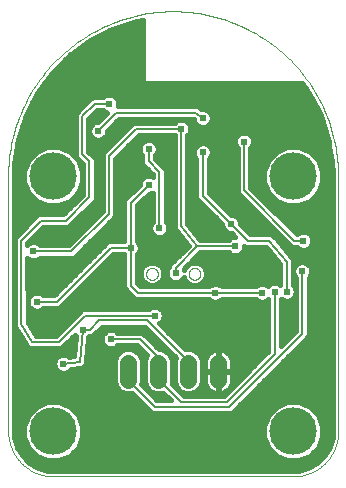
<source format=gbl>
G75*
%MOIN*%
%OFA0B0*%
%FSLAX25Y25*%
%IPPOS*%
%LPD*%
%AMOC8*
5,1,8,0,0,1.08239X$1,22.5*
%
%ADD10C,0.00000*%
%ADD11C,0.05543*%
%ADD12C,0.15811*%
%ADD13C,0.01600*%
%ADD14C,0.00600*%
%ADD15C,0.02400*%
D10*
X0019300Y0019006D02*
X0099300Y0019006D01*
X0099662Y0019010D01*
X0100025Y0019024D01*
X0100387Y0019045D01*
X0100748Y0019076D01*
X0101108Y0019115D01*
X0101467Y0019163D01*
X0101825Y0019220D01*
X0102182Y0019285D01*
X0102537Y0019359D01*
X0102890Y0019442D01*
X0103241Y0019533D01*
X0103589Y0019632D01*
X0103935Y0019740D01*
X0104279Y0019856D01*
X0104619Y0019981D01*
X0104956Y0020113D01*
X0105290Y0020254D01*
X0105621Y0020403D01*
X0105948Y0020560D01*
X0106271Y0020724D01*
X0106590Y0020896D01*
X0106904Y0021076D01*
X0107215Y0021264D01*
X0107520Y0021459D01*
X0107821Y0021661D01*
X0108117Y0021871D01*
X0108407Y0022087D01*
X0108693Y0022311D01*
X0108973Y0022541D01*
X0109247Y0022778D01*
X0109515Y0023022D01*
X0109778Y0023272D01*
X0110034Y0023528D01*
X0110284Y0023791D01*
X0110528Y0024059D01*
X0110765Y0024333D01*
X0110995Y0024613D01*
X0111219Y0024899D01*
X0111435Y0025189D01*
X0111645Y0025485D01*
X0111847Y0025786D01*
X0112042Y0026091D01*
X0112230Y0026402D01*
X0112410Y0026716D01*
X0112582Y0027035D01*
X0112746Y0027358D01*
X0112903Y0027685D01*
X0113052Y0028016D01*
X0113193Y0028350D01*
X0113325Y0028687D01*
X0113450Y0029027D01*
X0113566Y0029371D01*
X0113674Y0029717D01*
X0113773Y0030065D01*
X0113864Y0030416D01*
X0113947Y0030769D01*
X0114021Y0031124D01*
X0114086Y0031481D01*
X0114143Y0031839D01*
X0114191Y0032198D01*
X0114230Y0032558D01*
X0114261Y0032919D01*
X0114282Y0033281D01*
X0114296Y0033644D01*
X0114300Y0034006D01*
X0114300Y0119006D01*
X0064418Y0086506D02*
X0064420Y0086594D01*
X0064426Y0086682D01*
X0064436Y0086770D01*
X0064450Y0086858D01*
X0064467Y0086944D01*
X0064489Y0087030D01*
X0064514Y0087114D01*
X0064544Y0087198D01*
X0064576Y0087280D01*
X0064613Y0087360D01*
X0064653Y0087439D01*
X0064697Y0087516D01*
X0064744Y0087591D01*
X0064794Y0087663D01*
X0064848Y0087734D01*
X0064904Y0087801D01*
X0064964Y0087867D01*
X0065026Y0087929D01*
X0065092Y0087989D01*
X0065159Y0088045D01*
X0065230Y0088099D01*
X0065302Y0088149D01*
X0065377Y0088196D01*
X0065454Y0088240D01*
X0065533Y0088280D01*
X0065613Y0088317D01*
X0065695Y0088349D01*
X0065779Y0088379D01*
X0065863Y0088404D01*
X0065949Y0088426D01*
X0066035Y0088443D01*
X0066123Y0088457D01*
X0066211Y0088467D01*
X0066299Y0088473D01*
X0066387Y0088475D01*
X0066475Y0088473D01*
X0066563Y0088467D01*
X0066651Y0088457D01*
X0066739Y0088443D01*
X0066825Y0088426D01*
X0066911Y0088404D01*
X0066995Y0088379D01*
X0067079Y0088349D01*
X0067161Y0088317D01*
X0067241Y0088280D01*
X0067320Y0088240D01*
X0067397Y0088196D01*
X0067472Y0088149D01*
X0067544Y0088099D01*
X0067615Y0088045D01*
X0067682Y0087989D01*
X0067748Y0087929D01*
X0067810Y0087867D01*
X0067870Y0087801D01*
X0067926Y0087734D01*
X0067980Y0087663D01*
X0068030Y0087591D01*
X0068077Y0087516D01*
X0068121Y0087439D01*
X0068161Y0087360D01*
X0068198Y0087280D01*
X0068230Y0087198D01*
X0068260Y0087114D01*
X0068285Y0087030D01*
X0068307Y0086944D01*
X0068324Y0086858D01*
X0068338Y0086770D01*
X0068348Y0086682D01*
X0068354Y0086594D01*
X0068356Y0086506D01*
X0068354Y0086418D01*
X0068348Y0086330D01*
X0068338Y0086242D01*
X0068324Y0086154D01*
X0068307Y0086068D01*
X0068285Y0085982D01*
X0068260Y0085898D01*
X0068230Y0085814D01*
X0068198Y0085732D01*
X0068161Y0085652D01*
X0068121Y0085573D01*
X0068077Y0085496D01*
X0068030Y0085421D01*
X0067980Y0085349D01*
X0067926Y0085278D01*
X0067870Y0085211D01*
X0067810Y0085145D01*
X0067748Y0085083D01*
X0067682Y0085023D01*
X0067615Y0084967D01*
X0067544Y0084913D01*
X0067472Y0084863D01*
X0067397Y0084816D01*
X0067320Y0084772D01*
X0067241Y0084732D01*
X0067161Y0084695D01*
X0067079Y0084663D01*
X0066995Y0084633D01*
X0066911Y0084608D01*
X0066825Y0084586D01*
X0066739Y0084569D01*
X0066651Y0084555D01*
X0066563Y0084545D01*
X0066475Y0084539D01*
X0066387Y0084537D01*
X0066299Y0084539D01*
X0066211Y0084545D01*
X0066123Y0084555D01*
X0066035Y0084569D01*
X0065949Y0084586D01*
X0065863Y0084608D01*
X0065779Y0084633D01*
X0065695Y0084663D01*
X0065613Y0084695D01*
X0065533Y0084732D01*
X0065454Y0084772D01*
X0065377Y0084816D01*
X0065302Y0084863D01*
X0065230Y0084913D01*
X0065159Y0084967D01*
X0065092Y0085023D01*
X0065026Y0085083D01*
X0064964Y0085145D01*
X0064904Y0085211D01*
X0064848Y0085278D01*
X0064794Y0085349D01*
X0064744Y0085421D01*
X0064697Y0085496D01*
X0064653Y0085573D01*
X0064613Y0085652D01*
X0064576Y0085732D01*
X0064544Y0085814D01*
X0064514Y0085898D01*
X0064489Y0085982D01*
X0064467Y0086068D01*
X0064450Y0086154D01*
X0064436Y0086242D01*
X0064426Y0086330D01*
X0064420Y0086418D01*
X0064418Y0086506D01*
X0050244Y0086506D02*
X0050246Y0086594D01*
X0050252Y0086682D01*
X0050262Y0086770D01*
X0050276Y0086858D01*
X0050293Y0086944D01*
X0050315Y0087030D01*
X0050340Y0087114D01*
X0050370Y0087198D01*
X0050402Y0087280D01*
X0050439Y0087360D01*
X0050479Y0087439D01*
X0050523Y0087516D01*
X0050570Y0087591D01*
X0050620Y0087663D01*
X0050674Y0087734D01*
X0050730Y0087801D01*
X0050790Y0087867D01*
X0050852Y0087929D01*
X0050918Y0087989D01*
X0050985Y0088045D01*
X0051056Y0088099D01*
X0051128Y0088149D01*
X0051203Y0088196D01*
X0051280Y0088240D01*
X0051359Y0088280D01*
X0051439Y0088317D01*
X0051521Y0088349D01*
X0051605Y0088379D01*
X0051689Y0088404D01*
X0051775Y0088426D01*
X0051861Y0088443D01*
X0051949Y0088457D01*
X0052037Y0088467D01*
X0052125Y0088473D01*
X0052213Y0088475D01*
X0052301Y0088473D01*
X0052389Y0088467D01*
X0052477Y0088457D01*
X0052565Y0088443D01*
X0052651Y0088426D01*
X0052737Y0088404D01*
X0052821Y0088379D01*
X0052905Y0088349D01*
X0052987Y0088317D01*
X0053067Y0088280D01*
X0053146Y0088240D01*
X0053223Y0088196D01*
X0053298Y0088149D01*
X0053370Y0088099D01*
X0053441Y0088045D01*
X0053508Y0087989D01*
X0053574Y0087929D01*
X0053636Y0087867D01*
X0053696Y0087801D01*
X0053752Y0087734D01*
X0053806Y0087663D01*
X0053856Y0087591D01*
X0053903Y0087516D01*
X0053947Y0087439D01*
X0053987Y0087360D01*
X0054024Y0087280D01*
X0054056Y0087198D01*
X0054086Y0087114D01*
X0054111Y0087030D01*
X0054133Y0086944D01*
X0054150Y0086858D01*
X0054164Y0086770D01*
X0054174Y0086682D01*
X0054180Y0086594D01*
X0054182Y0086506D01*
X0054180Y0086418D01*
X0054174Y0086330D01*
X0054164Y0086242D01*
X0054150Y0086154D01*
X0054133Y0086068D01*
X0054111Y0085982D01*
X0054086Y0085898D01*
X0054056Y0085814D01*
X0054024Y0085732D01*
X0053987Y0085652D01*
X0053947Y0085573D01*
X0053903Y0085496D01*
X0053856Y0085421D01*
X0053806Y0085349D01*
X0053752Y0085278D01*
X0053696Y0085211D01*
X0053636Y0085145D01*
X0053574Y0085083D01*
X0053508Y0085023D01*
X0053441Y0084967D01*
X0053370Y0084913D01*
X0053298Y0084863D01*
X0053223Y0084816D01*
X0053146Y0084772D01*
X0053067Y0084732D01*
X0052987Y0084695D01*
X0052905Y0084663D01*
X0052821Y0084633D01*
X0052737Y0084608D01*
X0052651Y0084586D01*
X0052565Y0084569D01*
X0052477Y0084555D01*
X0052389Y0084545D01*
X0052301Y0084539D01*
X0052213Y0084537D01*
X0052125Y0084539D01*
X0052037Y0084545D01*
X0051949Y0084555D01*
X0051861Y0084569D01*
X0051775Y0084586D01*
X0051689Y0084608D01*
X0051605Y0084633D01*
X0051521Y0084663D01*
X0051439Y0084695D01*
X0051359Y0084732D01*
X0051280Y0084772D01*
X0051203Y0084816D01*
X0051128Y0084863D01*
X0051056Y0084913D01*
X0050985Y0084967D01*
X0050918Y0085023D01*
X0050852Y0085083D01*
X0050790Y0085145D01*
X0050730Y0085211D01*
X0050674Y0085278D01*
X0050620Y0085349D01*
X0050570Y0085421D01*
X0050523Y0085496D01*
X0050479Y0085573D01*
X0050439Y0085652D01*
X0050402Y0085732D01*
X0050370Y0085814D01*
X0050340Y0085898D01*
X0050315Y0085982D01*
X0050293Y0086068D01*
X0050276Y0086154D01*
X0050262Y0086242D01*
X0050252Y0086330D01*
X0050246Y0086418D01*
X0050244Y0086506D01*
X0004300Y0119006D02*
X0004316Y0120345D01*
X0004365Y0121684D01*
X0004447Y0123021D01*
X0004561Y0124355D01*
X0004707Y0125687D01*
X0004886Y0127014D01*
X0005097Y0128337D01*
X0005341Y0129654D01*
X0005616Y0130965D01*
X0005923Y0132268D01*
X0006262Y0133564D01*
X0006632Y0134851D01*
X0007033Y0136129D01*
X0007466Y0137397D01*
X0007929Y0138654D01*
X0008423Y0139899D01*
X0008947Y0141132D01*
X0009500Y0142351D01*
X0010084Y0143557D01*
X0010696Y0144748D01*
X0011337Y0145924D01*
X0012007Y0147084D01*
X0012705Y0148227D01*
X0013430Y0149353D01*
X0014183Y0150461D01*
X0014962Y0151551D01*
X0015768Y0152621D01*
X0016599Y0153671D01*
X0017456Y0154700D01*
X0018338Y0155709D01*
X0019243Y0156695D01*
X0020173Y0157659D01*
X0021126Y0158601D01*
X0022101Y0159519D01*
X0023099Y0160412D01*
X0024118Y0161282D01*
X0025158Y0162126D01*
X0026218Y0162944D01*
X0027298Y0163737D01*
X0028396Y0164503D01*
X0029514Y0165242D01*
X0030648Y0165954D01*
X0031800Y0166637D01*
X0032968Y0167293D01*
X0034152Y0167920D01*
X0035350Y0168518D01*
X0036563Y0169086D01*
X0037789Y0169625D01*
X0039028Y0170134D01*
X0040279Y0170612D01*
X0041542Y0171060D01*
X0042814Y0171477D01*
X0044097Y0171863D01*
X0045389Y0172218D01*
X0046689Y0172541D01*
X0047996Y0172832D01*
X0049310Y0173091D01*
X0050630Y0173318D01*
X0051955Y0173513D01*
X0053285Y0173676D01*
X0054618Y0173806D01*
X0055953Y0173904D01*
X0057291Y0173969D01*
X0058630Y0174002D01*
X0059970Y0174002D01*
X0061309Y0173969D01*
X0062647Y0173904D01*
X0063982Y0173806D01*
X0065315Y0173676D01*
X0066645Y0173513D01*
X0067970Y0173318D01*
X0069290Y0173091D01*
X0070604Y0172832D01*
X0071911Y0172541D01*
X0073211Y0172218D01*
X0074503Y0171863D01*
X0075786Y0171477D01*
X0077058Y0171060D01*
X0078321Y0170612D01*
X0079572Y0170134D01*
X0080811Y0169625D01*
X0082037Y0169086D01*
X0083250Y0168518D01*
X0084448Y0167920D01*
X0085632Y0167293D01*
X0086800Y0166637D01*
X0087952Y0165954D01*
X0089086Y0165242D01*
X0090204Y0164503D01*
X0091302Y0163737D01*
X0092382Y0162944D01*
X0093442Y0162126D01*
X0094482Y0161282D01*
X0095501Y0160412D01*
X0096499Y0159519D01*
X0097474Y0158601D01*
X0098427Y0157659D01*
X0099357Y0156695D01*
X0100262Y0155709D01*
X0101144Y0154700D01*
X0102001Y0153671D01*
X0102832Y0152621D01*
X0103638Y0151551D01*
X0104417Y0150461D01*
X0105170Y0149353D01*
X0105895Y0148227D01*
X0106593Y0147084D01*
X0107263Y0145924D01*
X0107904Y0144748D01*
X0108516Y0143557D01*
X0109100Y0142351D01*
X0109653Y0141132D01*
X0110177Y0139899D01*
X0110671Y0138654D01*
X0111134Y0137397D01*
X0111567Y0136129D01*
X0111968Y0134851D01*
X0112338Y0133564D01*
X0112677Y0132268D01*
X0112984Y0130965D01*
X0113259Y0129654D01*
X0113503Y0128337D01*
X0113714Y0127014D01*
X0113893Y0125687D01*
X0114039Y0124355D01*
X0114153Y0123021D01*
X0114235Y0121684D01*
X0114284Y0120345D01*
X0114300Y0119006D01*
X0019300Y0019006D02*
X0018938Y0019010D01*
X0018575Y0019024D01*
X0018213Y0019045D01*
X0017852Y0019076D01*
X0017492Y0019115D01*
X0017133Y0019163D01*
X0016775Y0019220D01*
X0016418Y0019285D01*
X0016063Y0019359D01*
X0015710Y0019442D01*
X0015359Y0019533D01*
X0015011Y0019632D01*
X0014665Y0019740D01*
X0014321Y0019856D01*
X0013981Y0019981D01*
X0013644Y0020113D01*
X0013310Y0020254D01*
X0012979Y0020403D01*
X0012652Y0020560D01*
X0012329Y0020724D01*
X0012010Y0020896D01*
X0011696Y0021076D01*
X0011385Y0021264D01*
X0011080Y0021459D01*
X0010779Y0021661D01*
X0010483Y0021871D01*
X0010193Y0022087D01*
X0009907Y0022311D01*
X0009627Y0022541D01*
X0009353Y0022778D01*
X0009085Y0023022D01*
X0008822Y0023272D01*
X0008566Y0023528D01*
X0008316Y0023791D01*
X0008072Y0024059D01*
X0007835Y0024333D01*
X0007605Y0024613D01*
X0007381Y0024899D01*
X0007165Y0025189D01*
X0006955Y0025485D01*
X0006753Y0025786D01*
X0006558Y0026091D01*
X0006370Y0026402D01*
X0006190Y0026716D01*
X0006018Y0027035D01*
X0005854Y0027358D01*
X0005697Y0027685D01*
X0005548Y0028016D01*
X0005407Y0028350D01*
X0005275Y0028687D01*
X0005150Y0029027D01*
X0005034Y0029371D01*
X0004926Y0029717D01*
X0004827Y0030065D01*
X0004736Y0030416D01*
X0004653Y0030769D01*
X0004579Y0031124D01*
X0004514Y0031481D01*
X0004457Y0031839D01*
X0004409Y0032198D01*
X0004370Y0032558D01*
X0004339Y0032919D01*
X0004318Y0033281D01*
X0004304Y0033644D01*
X0004300Y0034006D01*
X0004300Y0119006D01*
D11*
X0044300Y0056778D02*
X0044300Y0051234D01*
X0054300Y0051234D02*
X0054300Y0056778D01*
X0064300Y0056778D02*
X0064300Y0051234D01*
X0074300Y0051234D02*
X0074300Y0056778D01*
D12*
X0099300Y0034006D03*
X0099300Y0119006D03*
X0019300Y0119006D03*
X0019300Y0034006D03*
D13*
X0013569Y0022203D02*
X0105031Y0022203D01*
X0104351Y0021811D02*
X0107336Y0023534D01*
X0109772Y0025970D01*
X0111495Y0028954D01*
X0112387Y0032283D01*
X0112500Y0034006D01*
X0112500Y0119006D01*
X0112336Y0123180D01*
X0111030Y0131425D01*
X0108450Y0139365D01*
X0104660Y0146803D01*
X0102152Y0150256D01*
X0049300Y0150256D01*
X0049300Y0171119D01*
X0046881Y0170736D01*
X0038941Y0168156D01*
X0031503Y0164366D01*
X0024749Y0159459D01*
X0018846Y0153557D01*
X0013940Y0146803D01*
X0010150Y0139365D01*
X0007570Y0131425D01*
X0006264Y0123180D01*
X0006100Y0119006D01*
X0006100Y0034006D01*
X0006213Y0032283D01*
X0007105Y0028954D01*
X0008828Y0025970D01*
X0011264Y0023534D01*
X0014249Y0021811D01*
X0017577Y0020919D01*
X0019300Y0020806D01*
X0099300Y0020806D01*
X0101023Y0020919D01*
X0104351Y0021811D01*
X0103885Y0025400D02*
X0109202Y0025400D01*
X0110366Y0026998D02*
X0106018Y0026998D01*
X0104798Y0025778D02*
X0107528Y0028508D01*
X0109005Y0032075D01*
X0109005Y0035936D01*
X0107528Y0039504D01*
X0104798Y0042234D01*
X0101231Y0043711D01*
X0097369Y0043711D01*
X0093802Y0042234D01*
X0091072Y0039504D01*
X0089594Y0035936D01*
X0089594Y0032075D01*
X0091072Y0028508D01*
X0093802Y0025778D01*
X0097369Y0024300D01*
X0101231Y0024300D01*
X0104798Y0025778D01*
X0107603Y0023801D02*
X0010997Y0023801D01*
X0009398Y0025400D02*
X0014715Y0025400D01*
X0013802Y0025778D02*
X0017369Y0024300D01*
X0021231Y0024300D01*
X0024798Y0025778D01*
X0027528Y0028508D01*
X0029005Y0032075D01*
X0029005Y0035936D01*
X0027528Y0039504D01*
X0024798Y0042234D01*
X0021231Y0043711D01*
X0017369Y0043711D01*
X0013802Y0042234D01*
X0011072Y0039504D01*
X0009594Y0035936D01*
X0009594Y0032075D01*
X0011072Y0028508D01*
X0013802Y0025778D01*
X0012582Y0026998D02*
X0008234Y0026998D01*
X0007311Y0028597D02*
X0011035Y0028597D01*
X0010373Y0030195D02*
X0006772Y0030195D01*
X0006344Y0031794D02*
X0009711Y0031794D01*
X0009594Y0033393D02*
X0006140Y0033393D01*
X0006100Y0034991D02*
X0009594Y0034991D01*
X0009865Y0036590D02*
X0006100Y0036590D01*
X0006100Y0038188D02*
X0010527Y0038188D01*
X0011355Y0039787D02*
X0006100Y0039787D01*
X0006100Y0041385D02*
X0012953Y0041385D01*
X0015612Y0042984D02*
X0006100Y0042984D01*
X0006100Y0044582D02*
X0047754Y0044582D01*
X0049352Y0042984D02*
X0022988Y0042984D01*
X0025646Y0041385D02*
X0050951Y0041385D01*
X0052230Y0040106D02*
X0078770Y0040106D01*
X0104400Y0065736D01*
X0104400Y0085263D01*
X0104843Y0085707D01*
X0105300Y0086809D01*
X0105300Y0088003D01*
X0104843Y0089105D01*
X0103999Y0089949D01*
X0102897Y0090406D01*
X0101703Y0090406D01*
X0100601Y0089949D01*
X0099757Y0089105D01*
X0099300Y0088003D01*
X0099300Y0086809D01*
X0099757Y0085707D01*
X0100200Y0085263D01*
X0100200Y0067476D01*
X0095200Y0062476D01*
X0095200Y0078263D01*
X0095401Y0078063D01*
X0096503Y0077606D01*
X0097697Y0077606D01*
X0098799Y0078063D01*
X0099643Y0078907D01*
X0100100Y0080009D01*
X0100100Y0081203D01*
X0099643Y0082305D01*
X0099200Y0082749D01*
X0099200Y0090508D01*
X0099272Y0091276D01*
X0099200Y0091363D01*
X0099200Y0091476D01*
X0098654Y0092021D01*
X0093400Y0098363D01*
X0093400Y0098476D01*
X0092854Y0099021D01*
X0092362Y0099616D01*
X0092250Y0099626D01*
X0092170Y0099706D01*
X0091398Y0099706D01*
X0090630Y0099778D01*
X0090543Y0099706D01*
X0084970Y0099706D01*
X0081700Y0102976D01*
X0081700Y0103603D01*
X0081243Y0104705D01*
X0080399Y0105549D01*
X0079297Y0106006D01*
X0078670Y0106006D01*
X0071200Y0113476D01*
X0071200Y0124863D01*
X0071643Y0125307D01*
X0072100Y0126409D01*
X0072100Y0127603D01*
X0071643Y0128705D01*
X0070799Y0129549D01*
X0069697Y0130006D01*
X0068503Y0130006D01*
X0067401Y0129549D01*
X0066557Y0128705D01*
X0066100Y0127603D01*
X0066100Y0126409D01*
X0066557Y0125307D01*
X0067000Y0124863D01*
X0067000Y0111736D01*
X0075700Y0103036D01*
X0075700Y0102409D01*
X0076157Y0101307D01*
X0077001Y0100463D01*
X0078103Y0100006D01*
X0078730Y0100006D01*
X0079930Y0098806D01*
X0079303Y0098806D01*
X0078201Y0098349D01*
X0077757Y0097906D01*
X0068295Y0097906D01*
X0064000Y0103156D01*
X0064000Y0132663D01*
X0064443Y0133107D01*
X0064900Y0134209D01*
X0064900Y0135403D01*
X0064443Y0136505D01*
X0063599Y0137349D01*
X0062497Y0137806D01*
X0061303Y0137806D01*
X0060201Y0137349D01*
X0059757Y0136906D01*
X0046030Y0136906D01*
X0044800Y0135676D01*
X0035800Y0126676D01*
X0035800Y0107476D01*
X0024430Y0096106D01*
X0014843Y0096106D01*
X0014399Y0096549D01*
X0013297Y0097006D01*
X0012103Y0097006D01*
X0011001Y0096549D01*
X0010600Y0096149D01*
X0010600Y0096736D01*
X0015970Y0102106D01*
X0024370Y0102106D01*
X0033400Y0111136D01*
X0033400Y0124876D01*
X0032170Y0126106D01*
X0031000Y0127276D01*
X0031000Y0138136D01*
X0033970Y0141106D01*
X0035757Y0141106D01*
X0036201Y0140663D01*
X0037303Y0140206D01*
X0037330Y0140206D01*
X0034330Y0137206D01*
X0033703Y0137206D01*
X0032601Y0136749D01*
X0031757Y0135905D01*
X0031300Y0134803D01*
X0031300Y0133609D01*
X0031757Y0132507D01*
X0032601Y0131663D01*
X0033703Y0131206D01*
X0034897Y0131206D01*
X0035999Y0131663D01*
X0036843Y0132507D01*
X0037300Y0133609D01*
X0037300Y0134236D01*
X0041170Y0138106D01*
X0066000Y0138106D01*
X0066100Y0138031D01*
X0066100Y0137809D01*
X0066557Y0136707D01*
X0067401Y0135863D01*
X0068503Y0135406D01*
X0069697Y0135406D01*
X0070799Y0135863D01*
X0071643Y0136707D01*
X0072100Y0137809D01*
X0072100Y0139003D01*
X0071643Y0140105D01*
X0070799Y0140949D01*
X0069697Y0141406D01*
X0068600Y0141406D01*
X0068079Y0141796D01*
X0067570Y0142306D01*
X0067400Y0142306D01*
X0067264Y0142408D01*
X0066551Y0142306D01*
X0040774Y0142306D01*
X0040900Y0142609D01*
X0040900Y0143803D01*
X0040443Y0144905D01*
X0039599Y0145749D01*
X0038497Y0146206D01*
X0037303Y0146206D01*
X0036201Y0145749D01*
X0035757Y0145306D01*
X0032230Y0145306D01*
X0028030Y0141106D01*
X0026800Y0139876D01*
X0026800Y0125536D01*
X0029200Y0123136D01*
X0029200Y0112876D01*
X0022630Y0106306D01*
X0014230Y0106306D01*
X0013000Y0105076D01*
X0006400Y0098476D01*
X0006400Y0095466D01*
X0006393Y0095459D01*
X0006400Y0094597D01*
X0006400Y0093736D01*
X0006407Y0093729D01*
X0006598Y0070056D01*
X0006452Y0069471D01*
X0006605Y0069216D01*
X0006607Y0068919D01*
X0007037Y0068496D01*
X0010200Y0063224D01*
X0010200Y0062936D01*
X0010632Y0062504D01*
X0010947Y0061980D01*
X0011226Y0061910D01*
X0011430Y0061706D01*
X0012041Y0061706D01*
X0012635Y0061558D01*
X0012882Y0061706D01*
X0021970Y0061706D01*
X0026502Y0066238D01*
X0026557Y0066107D01*
X0026807Y0065856D01*
X0026170Y0059104D01*
X0024617Y0058932D01*
X0024399Y0059149D01*
X0023297Y0059606D01*
X0022103Y0059606D01*
X0021001Y0059149D01*
X0020157Y0058305D01*
X0019700Y0057203D01*
X0019700Y0056009D01*
X0020157Y0054907D01*
X0021001Y0054063D01*
X0022103Y0053606D01*
X0023297Y0053606D01*
X0024399Y0054063D01*
X0025096Y0054759D01*
X0028117Y0055095D01*
X0028769Y0055033D01*
X0028956Y0055188D01*
X0029196Y0055215D01*
X0029605Y0055726D01*
X0030109Y0056143D01*
X0030132Y0056384D01*
X0030283Y0056573D01*
X0030211Y0057223D01*
X0030987Y0065450D01*
X0031243Y0065706D01*
X0032370Y0065706D01*
X0035570Y0068906D01*
X0049830Y0068906D01*
X0060115Y0058621D01*
X0059728Y0057687D01*
X0059728Y0050325D01*
X0060424Y0048645D01*
X0061710Y0047359D01*
X0063391Y0046663D01*
X0065209Y0046663D01*
X0066890Y0047359D01*
X0068176Y0048645D01*
X0068872Y0050325D01*
X0068872Y0057687D01*
X0068176Y0059367D01*
X0066890Y0060653D01*
X0065209Y0061349D01*
X0063391Y0061349D01*
X0063345Y0061330D01*
X0054668Y0070008D01*
X0054799Y0070063D01*
X0055643Y0070907D01*
X0056100Y0072009D01*
X0056100Y0073203D01*
X0055643Y0074305D01*
X0054799Y0075149D01*
X0053697Y0075606D01*
X0052503Y0075606D01*
X0051401Y0075149D01*
X0050957Y0074706D01*
X0029030Y0074706D01*
X0027800Y0073476D01*
X0020230Y0065906D01*
X0013489Y0065906D01*
X0010795Y0070395D01*
X0010622Y0091841D01*
X0011001Y0091463D01*
X0012103Y0091006D01*
X0013297Y0091006D01*
X0014399Y0091463D01*
X0014843Y0091906D01*
X0026170Y0091906D01*
X0038770Y0104506D01*
X0040000Y0105736D01*
X0040000Y0124936D01*
X0047770Y0132706D01*
X0059757Y0132706D01*
X0059800Y0132663D01*
X0059800Y0102511D01*
X0059724Y0101749D01*
X0059800Y0101656D01*
X0059800Y0101536D01*
X0060341Y0100995D01*
X0064471Y0095947D01*
X0059230Y0090706D01*
X0058000Y0089476D01*
X0058000Y0088949D01*
X0057557Y0088505D01*
X0057100Y0087403D01*
X0057100Y0086209D01*
X0057557Y0085107D01*
X0058401Y0084263D01*
X0059503Y0083806D01*
X0060697Y0083806D01*
X0061799Y0084263D01*
X0062643Y0085107D01*
X0062765Y0085401D01*
X0063192Y0084371D01*
X0064252Y0083311D01*
X0065637Y0082737D01*
X0067136Y0082737D01*
X0068521Y0083311D01*
X0069581Y0084371D01*
X0070155Y0085756D01*
X0070155Y0087255D01*
X0069581Y0088641D01*
X0068521Y0089701D01*
X0067136Y0090274D01*
X0065637Y0090274D01*
X0064252Y0089701D01*
X0063192Y0088641D01*
X0062890Y0087911D01*
X0062739Y0088275D01*
X0068170Y0093706D01*
X0077757Y0093706D01*
X0078201Y0093263D01*
X0079303Y0092806D01*
X0080497Y0092806D01*
X0081599Y0093263D01*
X0082443Y0094107D01*
X0082900Y0095209D01*
X0082900Y0095836D01*
X0083230Y0095506D01*
X0090313Y0095506D01*
X0095000Y0089849D01*
X0095000Y0082949D01*
X0094799Y0083149D01*
X0093697Y0083606D01*
X0092503Y0083606D01*
X0091401Y0083149D01*
X0090800Y0082549D01*
X0090599Y0082749D01*
X0089497Y0083206D01*
X0088303Y0083206D01*
X0087201Y0082749D01*
X0086757Y0082306D01*
X0075443Y0082306D01*
X0074999Y0082749D01*
X0073897Y0083206D01*
X0072703Y0083206D01*
X0071601Y0082749D01*
X0071157Y0082306D01*
X0048370Y0082306D01*
X0047200Y0083476D01*
X0047200Y0093063D01*
X0047643Y0093507D01*
X0048100Y0094609D01*
X0048100Y0095803D01*
X0047643Y0096905D01*
X0047200Y0097349D01*
X0047200Y0109336D01*
X0051070Y0113206D01*
X0051697Y0113206D01*
X0052600Y0113580D01*
X0052600Y0103949D01*
X0052157Y0103505D01*
X0051700Y0102403D01*
X0051700Y0101209D01*
X0052157Y0100107D01*
X0053001Y0099263D01*
X0054103Y0098806D01*
X0055297Y0098806D01*
X0056399Y0099263D01*
X0057243Y0100107D01*
X0057700Y0101209D01*
X0057700Y0102403D01*
X0057243Y0103505D01*
X0056800Y0103949D01*
X0056800Y0121276D01*
X0055570Y0122506D01*
X0053200Y0124876D01*
X0053200Y0126063D01*
X0053643Y0126507D01*
X0054100Y0127609D01*
X0054100Y0128803D01*
X0053643Y0129905D01*
X0052799Y0130749D01*
X0051697Y0131206D01*
X0050503Y0131206D01*
X0049401Y0130749D01*
X0048557Y0129905D01*
X0048100Y0128803D01*
X0048100Y0127609D01*
X0048557Y0126507D01*
X0049000Y0126063D01*
X0049000Y0123136D01*
X0052600Y0119536D01*
X0052600Y0118832D01*
X0051697Y0119206D01*
X0050503Y0119206D01*
X0049401Y0118749D01*
X0048557Y0117905D01*
X0048100Y0116803D01*
X0048100Y0116176D01*
X0043000Y0111076D01*
X0043000Y0097349D01*
X0042957Y0097306D01*
X0037630Y0097306D01*
X0019630Y0079306D01*
X0016043Y0079306D01*
X0015599Y0079749D01*
X0020074Y0079749D01*
X0021672Y0081348D02*
X0010707Y0081348D01*
X0010694Y0082946D02*
X0023271Y0082946D01*
X0024869Y0084545D02*
X0010681Y0084545D01*
X0010668Y0086143D02*
X0026468Y0086143D01*
X0028066Y0087742D02*
X0010655Y0087742D01*
X0010643Y0089340D02*
X0029665Y0089340D01*
X0031263Y0090939D02*
X0010630Y0090939D01*
X0006429Y0090939D02*
X0006100Y0090939D01*
X0006100Y0092537D02*
X0006417Y0092537D01*
X0006400Y0094136D02*
X0006100Y0094136D01*
X0006100Y0095734D02*
X0006400Y0095734D01*
X0006400Y0097333D02*
X0006100Y0097333D01*
X0006100Y0098931D02*
X0006856Y0098931D01*
X0006100Y0100530D02*
X0008454Y0100530D01*
X0010053Y0102128D02*
X0006100Y0102128D01*
X0006100Y0103727D02*
X0011651Y0103727D01*
X0013250Y0105326D02*
X0006100Y0105326D01*
X0006100Y0106924D02*
X0023248Y0106924D01*
X0024847Y0108523D02*
X0006100Y0108523D01*
X0006100Y0110121D02*
X0015388Y0110121D01*
X0013802Y0110778D02*
X0017369Y0109300D01*
X0021231Y0109300D01*
X0024798Y0110778D01*
X0027528Y0113508D01*
X0029005Y0117075D01*
X0029005Y0120936D01*
X0027528Y0124504D01*
X0024798Y0127234D01*
X0021231Y0128711D01*
X0017369Y0128711D01*
X0013802Y0127234D01*
X0011072Y0124504D01*
X0009594Y0120936D01*
X0009594Y0117075D01*
X0011072Y0113508D01*
X0013802Y0110778D01*
X0012861Y0111720D02*
X0006100Y0111720D01*
X0006100Y0113318D02*
X0011262Y0113318D01*
X0010489Y0114917D02*
X0006100Y0114917D01*
X0006100Y0116515D02*
X0009827Y0116515D01*
X0009594Y0118114D02*
X0006100Y0118114D01*
X0006128Y0119712D02*
X0009594Y0119712D01*
X0009749Y0121311D02*
X0006191Y0121311D01*
X0006253Y0122909D02*
X0010412Y0122909D01*
X0011076Y0124508D02*
X0006474Y0124508D01*
X0006727Y0126106D02*
X0012675Y0126106D01*
X0014939Y0127705D02*
X0006981Y0127705D01*
X0007234Y0129303D02*
X0026800Y0129303D01*
X0026800Y0127705D02*
X0023661Y0127705D01*
X0025925Y0126106D02*
X0026800Y0126106D01*
X0027524Y0124508D02*
X0027828Y0124508D01*
X0028188Y0122909D02*
X0029200Y0122909D01*
X0029200Y0121311D02*
X0028851Y0121311D01*
X0029005Y0119712D02*
X0029200Y0119712D01*
X0029200Y0118114D02*
X0029005Y0118114D01*
X0029200Y0116515D02*
X0028773Y0116515D01*
X0029200Y0114917D02*
X0028111Y0114917D01*
X0027338Y0113318D02*
X0029200Y0113318D01*
X0028044Y0111720D02*
X0025739Y0111720D01*
X0026445Y0110121D02*
X0023212Y0110121D01*
X0027589Y0105326D02*
X0033650Y0105326D01*
X0032051Y0103727D02*
X0025991Y0103727D01*
X0024392Y0102128D02*
X0030453Y0102128D01*
X0028854Y0100530D02*
X0014394Y0100530D01*
X0012795Y0098931D02*
X0027256Y0098931D01*
X0025657Y0097333D02*
X0011197Y0097333D01*
X0006442Y0089340D02*
X0006100Y0089340D01*
X0006100Y0087742D02*
X0006455Y0087742D01*
X0006468Y0086143D02*
X0006100Y0086143D01*
X0006100Y0084545D02*
X0006481Y0084545D01*
X0006494Y0082946D02*
X0006100Y0082946D01*
X0006100Y0081348D02*
X0006507Y0081348D01*
X0006520Y0079749D02*
X0006100Y0079749D01*
X0006100Y0078151D02*
X0006533Y0078151D01*
X0006546Y0076552D02*
X0006100Y0076552D01*
X0006100Y0074954D02*
X0006558Y0074954D01*
X0006571Y0073355D02*
X0006100Y0073355D01*
X0006100Y0071757D02*
X0006584Y0071757D01*
X0006597Y0070158D02*
X0006100Y0070158D01*
X0006100Y0068560D02*
X0006972Y0068560D01*
X0006100Y0066961D02*
X0007958Y0066961D01*
X0008917Y0065363D02*
X0006100Y0065363D01*
X0006100Y0063764D02*
X0009876Y0063764D01*
X0010835Y0062166D02*
X0006100Y0062166D01*
X0006100Y0060567D02*
X0026308Y0060567D01*
X0026459Y0062166D02*
X0022430Y0062166D01*
X0024028Y0063764D02*
X0026609Y0063764D01*
X0026760Y0065363D02*
X0025627Y0065363D01*
X0022884Y0068560D02*
X0011897Y0068560D01*
X0010938Y0070158D02*
X0024483Y0070158D01*
X0026081Y0071757D02*
X0010784Y0071757D01*
X0010771Y0073355D02*
X0027680Y0073355D01*
X0024415Y0078151D02*
X0046585Y0078151D01*
X0046630Y0078106D02*
X0071157Y0078106D01*
X0071601Y0077663D01*
X0072703Y0077206D01*
X0073897Y0077206D01*
X0074999Y0077663D01*
X0075443Y0078106D01*
X0086757Y0078106D01*
X0087201Y0077663D01*
X0088303Y0077206D01*
X0089497Y0077206D01*
X0090599Y0077663D01*
X0091000Y0078063D01*
X0091000Y0060676D01*
X0076230Y0045906D01*
X0062770Y0045906D01*
X0058719Y0049957D01*
X0058872Y0050325D01*
X0058872Y0057687D01*
X0058176Y0059367D01*
X0056890Y0060653D01*
X0055209Y0061349D01*
X0054527Y0061349D01*
X0050195Y0065680D01*
X0050195Y0065687D01*
X0049581Y0066295D01*
X0048970Y0066906D01*
X0048963Y0066906D01*
X0048959Y0066910D01*
X0048094Y0066906D01*
X0047230Y0066906D01*
X0047226Y0066901D01*
X0040681Y0066867D01*
X0040249Y0067299D01*
X0039147Y0067756D01*
X0037953Y0067756D01*
X0036851Y0067299D01*
X0036007Y0066455D01*
X0035550Y0065353D01*
X0035550Y0064159D01*
X0036007Y0063057D01*
X0036851Y0062213D01*
X0037953Y0061756D01*
X0039147Y0061756D01*
X0040249Y0062213D01*
X0040704Y0062667D01*
X0047235Y0062701D01*
X0050497Y0059439D01*
X0050424Y0059367D01*
X0049728Y0057687D01*
X0049728Y0050325D01*
X0050424Y0048645D01*
X0051710Y0047359D01*
X0053391Y0046663D01*
X0055209Y0046663D01*
X0055820Y0046916D01*
X0058430Y0044306D01*
X0053970Y0044306D01*
X0048602Y0049674D01*
X0048872Y0050325D01*
X0048872Y0057687D01*
X0048176Y0059367D01*
X0046890Y0060653D01*
X0045209Y0061349D01*
X0043391Y0061349D01*
X0041710Y0060653D01*
X0040424Y0059367D01*
X0039728Y0057687D01*
X0039728Y0050325D01*
X0040424Y0048645D01*
X0041710Y0047359D01*
X0043391Y0046663D01*
X0045209Y0046663D01*
X0045538Y0046799D01*
X0052230Y0040106D01*
X0053694Y0044582D02*
X0058154Y0044582D01*
X0056555Y0046181D02*
X0052095Y0046181D01*
X0051290Y0047779D02*
X0050497Y0047779D01*
X0050121Y0049378D02*
X0048898Y0049378D01*
X0048872Y0050976D02*
X0049728Y0050976D01*
X0049728Y0052575D02*
X0048872Y0052575D01*
X0048872Y0054173D02*
X0049728Y0054173D01*
X0049728Y0055772D02*
X0048872Y0055772D01*
X0048872Y0057370D02*
X0049728Y0057370D01*
X0050259Y0058969D02*
X0048341Y0058969D01*
X0049369Y0060567D02*
X0046976Y0060567D01*
X0047770Y0062166D02*
X0040136Y0062166D01*
X0041624Y0060567D02*
X0030526Y0060567D01*
X0030376Y0058969D02*
X0040259Y0058969D01*
X0039728Y0057370D02*
X0030225Y0057370D01*
X0029661Y0055772D02*
X0039728Y0055772D01*
X0039728Y0054173D02*
X0024510Y0054173D01*
X0020890Y0054173D02*
X0006100Y0054173D01*
X0006100Y0052575D02*
X0039728Y0052575D01*
X0039728Y0050976D02*
X0006100Y0050976D01*
X0006100Y0049378D02*
X0040121Y0049378D01*
X0041290Y0047779D02*
X0006100Y0047779D01*
X0006100Y0046181D02*
X0046155Y0046181D01*
X0053710Y0062166D02*
X0056570Y0062166D01*
X0056976Y0060567D02*
X0058169Y0060567D01*
X0058341Y0058969D02*
X0059767Y0058969D01*
X0059728Y0057370D02*
X0058872Y0057370D01*
X0058872Y0055772D02*
X0059728Y0055772D01*
X0059728Y0054173D02*
X0058872Y0054173D01*
X0058872Y0052575D02*
X0059728Y0052575D01*
X0059728Y0050976D02*
X0058872Y0050976D01*
X0059298Y0049378D02*
X0060121Y0049378D01*
X0060897Y0047779D02*
X0061290Y0047779D01*
X0062495Y0046181D02*
X0076505Y0046181D01*
X0076055Y0046998D02*
X0076696Y0047324D01*
X0077278Y0047747D01*
X0077787Y0048256D01*
X0078210Y0048838D01*
X0078537Y0049479D01*
X0078759Y0050164D01*
X0078872Y0050874D01*
X0078872Y0053920D01*
X0074386Y0053920D01*
X0074386Y0054092D01*
X0074214Y0054092D01*
X0074214Y0061349D01*
X0073940Y0061349D01*
X0073229Y0061237D01*
X0072545Y0061014D01*
X0071904Y0060688D01*
X0071322Y0060265D01*
X0070813Y0059756D01*
X0070390Y0059174D01*
X0070063Y0058532D01*
X0069841Y0057848D01*
X0069728Y0057137D01*
X0069728Y0054092D01*
X0074214Y0054092D01*
X0074214Y0053920D01*
X0069728Y0053920D01*
X0069728Y0050874D01*
X0069841Y0050164D01*
X0070063Y0049479D01*
X0070390Y0048838D01*
X0070813Y0048256D01*
X0071322Y0047747D01*
X0071904Y0047324D01*
X0072545Y0046998D01*
X0073229Y0046775D01*
X0073940Y0046663D01*
X0074214Y0046663D01*
X0074214Y0053920D01*
X0074386Y0053920D01*
X0074386Y0046663D01*
X0074660Y0046663D01*
X0075371Y0046775D01*
X0076055Y0046998D01*
X0077310Y0047779D02*
X0078103Y0047779D01*
X0078485Y0049378D02*
X0079702Y0049378D01*
X0078872Y0050976D02*
X0081300Y0050976D01*
X0082899Y0052575D02*
X0078872Y0052575D01*
X0078872Y0054092D02*
X0078872Y0057137D01*
X0078759Y0057848D01*
X0078537Y0058532D01*
X0078210Y0059174D01*
X0077787Y0059756D01*
X0077278Y0060265D01*
X0076696Y0060688D01*
X0076055Y0061014D01*
X0075371Y0061237D01*
X0074660Y0061349D01*
X0074386Y0061349D01*
X0074386Y0054092D01*
X0078872Y0054092D01*
X0078872Y0054173D02*
X0084497Y0054173D01*
X0086096Y0055772D02*
X0078872Y0055772D01*
X0078835Y0057370D02*
X0087694Y0057370D01*
X0089293Y0058969D02*
X0078314Y0058969D01*
X0076862Y0060567D02*
X0090891Y0060567D01*
X0091000Y0062166D02*
X0062510Y0062166D01*
X0060912Y0063764D02*
X0091000Y0063764D01*
X0091000Y0065363D02*
X0059313Y0065363D01*
X0057714Y0066961D02*
X0091000Y0066961D01*
X0091000Y0068560D02*
X0056116Y0068560D01*
X0054895Y0070158D02*
X0091000Y0070158D01*
X0091000Y0071757D02*
X0055995Y0071757D01*
X0056037Y0073355D02*
X0091000Y0073355D01*
X0091000Y0074954D02*
X0054995Y0074954D01*
X0051205Y0074954D02*
X0015891Y0074954D01*
X0016043Y0075106D02*
X0021370Y0075106D01*
X0039370Y0093106D01*
X0042957Y0093106D01*
X0043000Y0093063D01*
X0043000Y0081736D01*
X0044230Y0080506D01*
X0046630Y0078106D01*
X0044987Y0079749D02*
X0026013Y0079749D01*
X0027612Y0081348D02*
X0043388Y0081348D01*
X0043000Y0082946D02*
X0029210Y0082946D01*
X0030809Y0084545D02*
X0043000Y0084545D01*
X0043000Y0086143D02*
X0032407Y0086143D01*
X0034006Y0087742D02*
X0043000Y0087742D01*
X0043000Y0089340D02*
X0035604Y0089340D01*
X0037203Y0090939D02*
X0043000Y0090939D01*
X0043000Y0092537D02*
X0038801Y0092537D01*
X0036059Y0095734D02*
X0029998Y0095734D01*
X0028400Y0094136D02*
X0034460Y0094136D01*
X0032862Y0092537D02*
X0026801Y0092537D01*
X0031597Y0097333D02*
X0042984Y0097333D01*
X0043000Y0098931D02*
X0033195Y0098931D01*
X0034794Y0100530D02*
X0043000Y0100530D01*
X0043000Y0102128D02*
X0036392Y0102128D01*
X0037991Y0103727D02*
X0043000Y0103727D01*
X0043000Y0105326D02*
X0039589Y0105326D01*
X0040000Y0106924D02*
X0043000Y0106924D01*
X0043000Y0108523D02*
X0040000Y0108523D01*
X0040000Y0110121D02*
X0043000Y0110121D01*
X0043644Y0111720D02*
X0040000Y0111720D01*
X0040000Y0113318D02*
X0045242Y0113318D01*
X0046841Y0114917D02*
X0040000Y0114917D01*
X0040000Y0116515D02*
X0048100Y0116515D01*
X0048765Y0118114D02*
X0040000Y0118114D01*
X0040000Y0119712D02*
X0052424Y0119712D01*
X0050825Y0121311D02*
X0040000Y0121311D01*
X0040000Y0122909D02*
X0049227Y0122909D01*
X0049000Y0124508D02*
X0040000Y0124508D01*
X0041170Y0126106D02*
X0048957Y0126106D01*
X0048100Y0127705D02*
X0042769Y0127705D01*
X0044367Y0129303D02*
X0048307Y0129303D01*
X0049769Y0130902D02*
X0045966Y0130902D01*
X0047564Y0132500D02*
X0059800Y0132500D01*
X0059800Y0130902D02*
X0052431Y0130902D01*
X0053893Y0129303D02*
X0059800Y0129303D01*
X0059800Y0127705D02*
X0054100Y0127705D01*
X0053243Y0126106D02*
X0059800Y0126106D01*
X0059800Y0124508D02*
X0053568Y0124508D01*
X0055167Y0122909D02*
X0059800Y0122909D01*
X0059800Y0121311D02*
X0056765Y0121311D01*
X0056800Y0119712D02*
X0059800Y0119712D01*
X0059800Y0118114D02*
X0056800Y0118114D01*
X0056800Y0116515D02*
X0059800Y0116515D01*
X0059800Y0114917D02*
X0056800Y0114917D01*
X0056800Y0113318D02*
X0059800Y0113318D01*
X0059800Y0111720D02*
X0056800Y0111720D01*
X0056800Y0110121D02*
X0059800Y0110121D01*
X0059800Y0108523D02*
X0056800Y0108523D01*
X0056800Y0106924D02*
X0059800Y0106924D01*
X0059800Y0105326D02*
X0056800Y0105326D01*
X0057022Y0103727D02*
X0059800Y0103727D01*
X0059762Y0102128D02*
X0057700Y0102128D01*
X0057419Y0100530D02*
X0060722Y0100530D01*
X0062029Y0098931D02*
X0055600Y0098931D01*
X0053800Y0098931D02*
X0047200Y0098931D01*
X0047216Y0097333D02*
X0063337Y0097333D01*
X0064259Y0095734D02*
X0048100Y0095734D01*
X0047904Y0094136D02*
X0062660Y0094136D01*
X0061062Y0092537D02*
X0047200Y0092537D01*
X0047200Y0090939D02*
X0059463Y0090939D01*
X0058000Y0089340D02*
X0054708Y0089340D01*
X0054348Y0089701D02*
X0052963Y0090274D01*
X0051464Y0090274D01*
X0050079Y0089701D01*
X0049019Y0088641D01*
X0048445Y0087255D01*
X0048445Y0085756D01*
X0049019Y0084371D01*
X0050079Y0083311D01*
X0051464Y0082737D01*
X0052963Y0082737D01*
X0054348Y0083311D01*
X0055408Y0084371D01*
X0055982Y0085756D01*
X0055982Y0087255D01*
X0055408Y0088641D01*
X0054348Y0089701D01*
X0055780Y0087742D02*
X0057241Y0087742D01*
X0057127Y0086143D02*
X0055982Y0086143D01*
X0055480Y0084545D02*
X0058118Y0084545D01*
X0062082Y0084545D02*
X0063120Y0084545D01*
X0065133Y0082946D02*
X0053467Y0082946D01*
X0050959Y0082946D02*
X0047729Y0082946D01*
X0047200Y0084545D02*
X0048947Y0084545D01*
X0048445Y0086143D02*
X0047200Y0086143D01*
X0047200Y0087742D02*
X0048646Y0087742D01*
X0049718Y0089340D02*
X0047200Y0089340D01*
X0047200Y0100530D02*
X0051981Y0100530D01*
X0051700Y0102128D02*
X0047200Y0102128D01*
X0047200Y0103727D02*
X0052378Y0103727D01*
X0052600Y0105326D02*
X0047200Y0105326D01*
X0047200Y0106924D02*
X0052600Y0106924D01*
X0052600Y0108523D02*
X0047200Y0108523D01*
X0047985Y0110121D02*
X0052600Y0110121D01*
X0052600Y0111720D02*
X0049584Y0111720D01*
X0051968Y0113318D02*
X0052600Y0113318D01*
X0064000Y0113318D02*
X0067000Y0113318D01*
X0067016Y0111720D02*
X0064000Y0111720D01*
X0064000Y0110121D02*
X0068615Y0110121D01*
X0070214Y0108523D02*
X0064000Y0108523D01*
X0064000Y0106924D02*
X0071812Y0106924D01*
X0073411Y0105326D02*
X0064000Y0105326D01*
X0064000Y0103727D02*
X0075009Y0103727D01*
X0075816Y0102128D02*
X0064840Y0102128D01*
X0066148Y0100530D02*
X0076933Y0100530D01*
X0079805Y0098931D02*
X0067456Y0098931D01*
X0067001Y0092537D02*
X0092772Y0092537D01*
X0094097Y0090939D02*
X0065403Y0090939D01*
X0063892Y0089340D02*
X0063804Y0089340D01*
X0067641Y0082946D02*
X0072077Y0082946D01*
X0074523Y0082946D02*
X0087677Y0082946D01*
X0090123Y0082946D02*
X0091198Y0082946D01*
X0095000Y0084545D02*
X0069653Y0084545D01*
X0070155Y0086143D02*
X0095000Y0086143D01*
X0095000Y0087742D02*
X0069954Y0087742D01*
X0068882Y0089340D02*
X0095000Y0089340D01*
X0096902Y0094136D02*
X0112500Y0094136D01*
X0112500Y0095734D02*
X0105071Y0095734D01*
X0105243Y0095907D02*
X0105700Y0097009D01*
X0105700Y0098203D01*
X0105243Y0099305D01*
X0104399Y0100149D01*
X0103297Y0100606D01*
X0102103Y0100606D01*
X0101001Y0100149D01*
X0100564Y0099712D01*
X0085000Y0115276D01*
X0085000Y0128463D01*
X0085443Y0128907D01*
X0085900Y0130009D01*
X0085900Y0131203D01*
X0085443Y0132305D01*
X0084599Y0133149D01*
X0083497Y0133606D01*
X0082303Y0133606D01*
X0081201Y0133149D01*
X0080357Y0132305D01*
X0079900Y0131203D01*
X0079900Y0130009D01*
X0080357Y0128907D01*
X0080800Y0128463D01*
X0080800Y0115276D01*
X0080800Y0113536D01*
X0098830Y0095506D01*
X0100557Y0095506D01*
X0101001Y0095063D01*
X0102103Y0094606D01*
X0103297Y0094606D01*
X0104399Y0095063D01*
X0105243Y0095907D01*
X0105700Y0097333D02*
X0112500Y0097333D01*
X0112500Y0098931D02*
X0105398Y0098931D01*
X0103480Y0100530D02*
X0112500Y0100530D01*
X0112500Y0102128D02*
X0098147Y0102128D01*
X0099746Y0100530D02*
X0101920Y0100530D01*
X0098602Y0095734D02*
X0095578Y0095734D01*
X0094253Y0097333D02*
X0097003Y0097333D01*
X0095405Y0098931D02*
X0092944Y0098931D01*
X0093806Y0100530D02*
X0084146Y0100530D01*
X0082547Y0102128D02*
X0092208Y0102128D01*
X0090609Y0103727D02*
X0081648Y0103727D01*
X0080623Y0105326D02*
X0089011Y0105326D01*
X0087412Y0106924D02*
X0077752Y0106924D01*
X0076153Y0108523D02*
X0085814Y0108523D01*
X0084215Y0110121D02*
X0074555Y0110121D01*
X0072956Y0111720D02*
X0082616Y0111720D01*
X0081018Y0113318D02*
X0071358Y0113318D01*
X0071200Y0114917D02*
X0080800Y0114917D01*
X0080800Y0116515D02*
X0071200Y0116515D01*
X0071200Y0118114D02*
X0080800Y0118114D01*
X0080800Y0119712D02*
X0071200Y0119712D01*
X0071200Y0121311D02*
X0080800Y0121311D01*
X0080800Y0122909D02*
X0071200Y0122909D01*
X0071200Y0124508D02*
X0080800Y0124508D01*
X0080800Y0126106D02*
X0071974Y0126106D01*
X0072058Y0127705D02*
X0080800Y0127705D01*
X0080192Y0129303D02*
X0071045Y0129303D01*
X0067155Y0129303D02*
X0064000Y0129303D01*
X0064000Y0127705D02*
X0066142Y0127705D01*
X0066225Y0126106D02*
X0064000Y0126106D01*
X0064000Y0124508D02*
X0067000Y0124508D01*
X0067000Y0122909D02*
X0064000Y0122909D01*
X0064000Y0121311D02*
X0067000Y0121311D01*
X0067000Y0119712D02*
X0064000Y0119712D01*
X0064000Y0118114D02*
X0067000Y0118114D01*
X0067000Y0116515D02*
X0064000Y0116515D01*
X0064000Y0114917D02*
X0067000Y0114917D01*
X0064000Y0130902D02*
X0079900Y0130902D01*
X0080552Y0132500D02*
X0064000Y0132500D01*
X0064854Y0134099D02*
X0110161Y0134099D01*
X0109642Y0135697D02*
X0070400Y0135697D01*
X0071887Y0137296D02*
X0109123Y0137296D01*
X0108603Y0138894D02*
X0072100Y0138894D01*
X0071256Y0140493D02*
X0107876Y0140493D01*
X0107061Y0142091D02*
X0067784Y0142091D01*
X0066313Y0137296D02*
X0063653Y0137296D01*
X0064778Y0135697D02*
X0067800Y0135697D01*
X0060147Y0137296D02*
X0040360Y0137296D01*
X0038761Y0135697D02*
X0044821Y0135697D01*
X0043223Y0134099D02*
X0037300Y0134099D01*
X0036837Y0132500D02*
X0041624Y0132500D01*
X0040026Y0130902D02*
X0031000Y0130902D01*
X0031000Y0132500D02*
X0031763Y0132500D01*
X0031300Y0134099D02*
X0031000Y0134099D01*
X0031000Y0135697D02*
X0031671Y0135697D01*
X0031000Y0137296D02*
X0034420Y0137296D01*
X0036019Y0138894D02*
X0031758Y0138894D01*
X0033357Y0140493D02*
X0036611Y0140493D01*
X0040900Y0143690D02*
X0106247Y0143690D01*
X0105432Y0145288D02*
X0040060Y0145288D01*
X0032213Y0145288D02*
X0013168Y0145288D01*
X0012353Y0143690D02*
X0030614Y0143690D01*
X0029016Y0142091D02*
X0011539Y0142091D01*
X0010724Y0140493D02*
X0027417Y0140493D01*
X0026800Y0138894D02*
X0009997Y0138894D01*
X0009477Y0137296D02*
X0026800Y0137296D01*
X0026800Y0135697D02*
X0008958Y0135697D01*
X0008439Y0134099D02*
X0026800Y0134099D01*
X0026800Y0132500D02*
X0007919Y0132500D01*
X0007487Y0130902D02*
X0026800Y0130902D01*
X0031000Y0129303D02*
X0038427Y0129303D01*
X0036829Y0127705D02*
X0031000Y0127705D01*
X0032170Y0126106D02*
X0035800Y0126106D01*
X0035800Y0124508D02*
X0033400Y0124508D01*
X0033400Y0122909D02*
X0035800Y0122909D01*
X0035800Y0121311D02*
X0033400Y0121311D01*
X0033400Y0119712D02*
X0035800Y0119712D01*
X0035800Y0118114D02*
X0033400Y0118114D01*
X0033400Y0116515D02*
X0035800Y0116515D01*
X0035800Y0114917D02*
X0033400Y0114917D01*
X0033400Y0113318D02*
X0035800Y0113318D01*
X0035800Y0111720D02*
X0033400Y0111720D01*
X0032385Y0110121D02*
X0035800Y0110121D01*
X0035800Y0108523D02*
X0030786Y0108523D01*
X0029188Y0106924D02*
X0035248Y0106924D01*
X0022816Y0076552D02*
X0091000Y0076552D01*
X0095200Y0076552D02*
X0100200Y0076552D01*
X0100200Y0074954D02*
X0095200Y0074954D01*
X0095200Y0073355D02*
X0100200Y0073355D01*
X0100200Y0071757D02*
X0095200Y0071757D01*
X0095200Y0070158D02*
X0100200Y0070158D01*
X0100200Y0068560D02*
X0095200Y0068560D01*
X0095200Y0066961D02*
X0099686Y0066961D01*
X0098087Y0065363D02*
X0095200Y0065363D01*
X0095200Y0063764D02*
X0096488Y0063764D01*
X0097633Y0058969D02*
X0112500Y0058969D01*
X0112500Y0060567D02*
X0099231Y0060567D01*
X0100830Y0062166D02*
X0112500Y0062166D01*
X0112500Y0063764D02*
X0102428Y0063764D01*
X0104027Y0065363D02*
X0112500Y0065363D01*
X0112500Y0066961D02*
X0104400Y0066961D01*
X0104400Y0068560D02*
X0112500Y0068560D01*
X0112500Y0070158D02*
X0104400Y0070158D01*
X0104400Y0071757D02*
X0112500Y0071757D01*
X0112500Y0073355D02*
X0104400Y0073355D01*
X0104400Y0074954D02*
X0112500Y0074954D01*
X0112500Y0076552D02*
X0104400Y0076552D01*
X0104400Y0078151D02*
X0112500Y0078151D01*
X0112500Y0079749D02*
X0104400Y0079749D01*
X0104400Y0081348D02*
X0112500Y0081348D01*
X0112500Y0082946D02*
X0104400Y0082946D01*
X0104400Y0084545D02*
X0112500Y0084545D01*
X0112500Y0086143D02*
X0105024Y0086143D01*
X0105300Y0087742D02*
X0112500Y0087742D01*
X0112500Y0089340D02*
X0104608Y0089340D01*
X0100200Y0084545D02*
X0099200Y0084545D01*
X0099200Y0086143D02*
X0099576Y0086143D01*
X0099300Y0087742D02*
X0099200Y0087742D01*
X0099200Y0089340D02*
X0099992Y0089340D01*
X0099240Y0090939D02*
X0112500Y0090939D01*
X0112500Y0092537D02*
X0098227Y0092537D01*
X0099200Y0082946D02*
X0100200Y0082946D01*
X0100200Y0081348D02*
X0100040Y0081348D01*
X0099992Y0079749D02*
X0100200Y0079749D01*
X0100200Y0078151D02*
X0098888Y0078151D01*
X0095312Y0078151D02*
X0095200Y0078151D01*
X0091448Y0094136D02*
X0082455Y0094136D01*
X0082900Y0095734D02*
X0083002Y0095734D01*
X0091753Y0108523D02*
X0112500Y0108523D01*
X0112500Y0110121D02*
X0103212Y0110121D01*
X0104798Y0110778D02*
X0107528Y0113508D01*
X0109005Y0117075D01*
X0109005Y0120936D01*
X0107528Y0124504D01*
X0104798Y0127234D01*
X0101231Y0128711D01*
X0097369Y0128711D01*
X0093802Y0127234D01*
X0091072Y0124504D01*
X0089594Y0120936D01*
X0089594Y0117075D01*
X0091072Y0113508D01*
X0093802Y0110778D01*
X0097369Y0109300D01*
X0101231Y0109300D01*
X0104798Y0110778D01*
X0105739Y0111720D02*
X0112500Y0111720D01*
X0112500Y0113318D02*
X0107338Y0113318D01*
X0108111Y0114917D02*
X0112500Y0114917D01*
X0112500Y0116515D02*
X0108773Y0116515D01*
X0109005Y0118114D02*
X0112500Y0118114D01*
X0112472Y0119712D02*
X0109005Y0119712D01*
X0108851Y0121311D02*
X0112409Y0121311D01*
X0112347Y0122909D02*
X0108188Y0122909D01*
X0107524Y0124508D02*
X0112126Y0124508D01*
X0111873Y0126106D02*
X0105925Y0126106D01*
X0103661Y0127705D02*
X0111619Y0127705D01*
X0111366Y0129303D02*
X0085608Y0129303D01*
X0085900Y0130902D02*
X0111113Y0130902D01*
X0110681Y0132500D02*
X0085248Y0132500D01*
X0085000Y0127705D02*
X0094939Y0127705D01*
X0092675Y0126106D02*
X0085000Y0126106D01*
X0085000Y0124508D02*
X0091076Y0124508D01*
X0090412Y0122909D02*
X0085000Y0122909D01*
X0085000Y0121311D02*
X0089749Y0121311D01*
X0089594Y0119712D02*
X0085000Y0119712D01*
X0085000Y0118114D02*
X0089594Y0118114D01*
X0089827Y0116515D02*
X0085000Y0116515D01*
X0085359Y0114917D02*
X0090489Y0114917D01*
X0091262Y0113318D02*
X0086958Y0113318D01*
X0088556Y0111720D02*
X0092861Y0111720D01*
X0095388Y0110121D02*
X0090155Y0110121D01*
X0093352Y0106924D02*
X0112500Y0106924D01*
X0112500Y0105326D02*
X0094950Y0105326D01*
X0096549Y0103727D02*
X0112500Y0103727D01*
X0104599Y0146887D02*
X0014001Y0146887D01*
X0015162Y0148485D02*
X0103438Y0148485D01*
X0102277Y0150084D02*
X0016323Y0150084D01*
X0017485Y0151682D02*
X0049300Y0151682D01*
X0049300Y0153281D02*
X0018646Y0153281D01*
X0020169Y0154879D02*
X0049300Y0154879D01*
X0049300Y0156478D02*
X0021768Y0156478D01*
X0023366Y0158076D02*
X0049300Y0158076D01*
X0049300Y0159675D02*
X0025046Y0159675D01*
X0027246Y0161273D02*
X0049300Y0161273D01*
X0049300Y0162872D02*
X0029446Y0162872D01*
X0031707Y0164470D02*
X0049300Y0164470D01*
X0049300Y0166069D02*
X0034845Y0166069D01*
X0037982Y0167667D02*
X0049300Y0167667D01*
X0049300Y0169266D02*
X0042356Y0169266D01*
X0047692Y0170864D02*
X0049300Y0170864D01*
X0014497Y0080206D02*
X0013303Y0080206D01*
X0012201Y0079749D01*
X0010720Y0079749D01*
X0011357Y0078905D02*
X0010900Y0077803D01*
X0010900Y0076609D01*
X0011357Y0075507D01*
X0012201Y0074663D01*
X0013303Y0074206D01*
X0014497Y0074206D01*
X0015599Y0074663D01*
X0016043Y0075106D01*
X0015599Y0079749D02*
X0014497Y0080206D01*
X0012201Y0079749D02*
X0011357Y0078905D01*
X0011044Y0078151D02*
X0010733Y0078151D01*
X0010746Y0076552D02*
X0010924Y0076552D01*
X0010759Y0074954D02*
X0011909Y0074954D01*
X0012856Y0066961D02*
X0021285Y0066961D01*
X0020820Y0058969D02*
X0006100Y0058969D01*
X0006100Y0057370D02*
X0019769Y0057370D01*
X0019798Y0055772D02*
X0006100Y0055772D01*
X0024580Y0058969D02*
X0024949Y0058969D01*
X0030677Y0062166D02*
X0036964Y0062166D01*
X0035714Y0063764D02*
X0030828Y0063764D01*
X0030979Y0065363D02*
X0035554Y0065363D01*
X0036513Y0066961D02*
X0033625Y0066961D01*
X0035224Y0068560D02*
X0050176Y0068560D01*
X0051775Y0066961D02*
X0040587Y0066961D01*
X0050513Y0065363D02*
X0053373Y0065363D01*
X0052112Y0063764D02*
X0054972Y0063764D01*
X0066976Y0060567D02*
X0071738Y0060567D01*
X0070286Y0058969D02*
X0068341Y0058969D01*
X0068872Y0057370D02*
X0069765Y0057370D01*
X0069728Y0055772D02*
X0068872Y0055772D01*
X0068872Y0054173D02*
X0069728Y0054173D01*
X0069728Y0052575D02*
X0068872Y0052575D01*
X0068872Y0050976D02*
X0069728Y0050976D01*
X0070115Y0049378D02*
X0068479Y0049378D01*
X0067310Y0047779D02*
X0071290Y0047779D01*
X0074214Y0047779D02*
X0074386Y0047779D01*
X0074386Y0049378D02*
X0074214Y0049378D01*
X0074214Y0050976D02*
X0074386Y0050976D01*
X0074386Y0052575D02*
X0074214Y0052575D01*
X0074214Y0054173D02*
X0074386Y0054173D01*
X0074386Y0055772D02*
X0074214Y0055772D01*
X0074214Y0057370D02*
X0074386Y0057370D01*
X0074386Y0058969D02*
X0074214Y0058969D01*
X0074214Y0060567D02*
X0074386Y0060567D01*
X0083246Y0044582D02*
X0112500Y0044582D01*
X0112500Y0042984D02*
X0102988Y0042984D01*
X0105646Y0041385D02*
X0112500Y0041385D01*
X0112500Y0039787D02*
X0107245Y0039787D01*
X0108073Y0038188D02*
X0112500Y0038188D01*
X0112500Y0036590D02*
X0108735Y0036590D01*
X0109005Y0034991D02*
X0112500Y0034991D01*
X0112460Y0033393D02*
X0109005Y0033393D01*
X0108889Y0031794D02*
X0112256Y0031794D01*
X0111828Y0030195D02*
X0108227Y0030195D01*
X0107565Y0028597D02*
X0111289Y0028597D01*
X0112500Y0046181D02*
X0084845Y0046181D01*
X0086443Y0047779D02*
X0112500Y0047779D01*
X0112500Y0049378D02*
X0088042Y0049378D01*
X0089640Y0050976D02*
X0112500Y0050976D01*
X0112500Y0052575D02*
X0091239Y0052575D01*
X0092837Y0054173D02*
X0112500Y0054173D01*
X0112500Y0055772D02*
X0094436Y0055772D01*
X0096034Y0057370D02*
X0112500Y0057370D01*
X0095612Y0042984D02*
X0081648Y0042984D01*
X0080049Y0041385D02*
X0092953Y0041385D01*
X0091355Y0039787D02*
X0027245Y0039787D01*
X0028073Y0038188D02*
X0090527Y0038188D01*
X0089865Y0036590D02*
X0028735Y0036590D01*
X0029005Y0034991D02*
X0089594Y0034991D01*
X0089594Y0033393D02*
X0029005Y0033393D01*
X0028889Y0031794D02*
X0089711Y0031794D01*
X0090373Y0030195D02*
X0028227Y0030195D01*
X0027565Y0028597D02*
X0091035Y0028597D01*
X0092582Y0026998D02*
X0026018Y0026998D01*
X0023885Y0025400D02*
X0094715Y0025400D01*
D14*
X0077900Y0042206D02*
X0053100Y0042206D01*
X0044300Y0051006D01*
X0044300Y0054006D01*
X0053900Y0059006D02*
X0048100Y0064806D01*
X0038550Y0064756D01*
X0034700Y0071006D02*
X0050700Y0071006D01*
X0064300Y0057406D01*
X0064300Y0054006D01*
X0054700Y0051006D02*
X0061900Y0043806D01*
X0077100Y0043806D01*
X0093100Y0059806D01*
X0093100Y0080606D01*
X0097100Y0080606D02*
X0097100Y0090606D01*
X0091300Y0097606D01*
X0084100Y0097606D01*
X0078700Y0103006D01*
X0069100Y0112606D01*
X0069100Y0127006D01*
X0061900Y0134806D02*
X0046900Y0134806D01*
X0037900Y0125806D01*
X0037900Y0106606D01*
X0025300Y0094006D01*
X0012700Y0094006D01*
X0008500Y0094606D02*
X0008700Y0069806D01*
X0012300Y0063806D01*
X0021100Y0063806D01*
X0029900Y0072606D01*
X0053100Y0072606D01*
X0047500Y0080206D02*
X0045100Y0082606D01*
X0045100Y0095206D01*
X0038500Y0095206D01*
X0020500Y0077206D01*
X0013900Y0077206D01*
X0008500Y0094606D02*
X0008500Y0097606D01*
X0015100Y0104206D01*
X0023500Y0104206D01*
X0031300Y0112006D01*
X0031300Y0124006D01*
X0028900Y0126406D01*
X0028900Y0139006D01*
X0033100Y0143206D01*
X0037900Y0143206D01*
X0040300Y0140206D02*
X0066700Y0140206D01*
X0069100Y0138406D01*
X0061900Y0134806D02*
X0061900Y0102406D01*
X0067300Y0095806D01*
X0060100Y0088606D01*
X0060100Y0086806D01*
X0067300Y0095806D02*
X0079900Y0095806D01*
X0073300Y0080206D02*
X0088900Y0080206D01*
X0099700Y0097606D02*
X0082900Y0114406D01*
X0082900Y0130606D01*
X0099700Y0097606D02*
X0102700Y0097606D01*
X0102300Y0087406D02*
X0102300Y0066606D01*
X0077900Y0042206D01*
X0054700Y0051006D02*
X0054700Y0053406D01*
X0054300Y0054006D01*
X0053900Y0054206D01*
X0053900Y0059006D01*
X0047500Y0080206D02*
X0073300Y0080206D01*
X0054700Y0101806D02*
X0054700Y0120406D01*
X0051100Y0124006D01*
X0051100Y0128206D01*
X0051100Y0116206D02*
X0045100Y0110206D01*
X0045100Y0095206D01*
X0034700Y0071006D02*
X0031500Y0067806D01*
X0029100Y0067806D01*
X0028100Y0057206D01*
X0022700Y0056606D01*
X0034300Y0134206D02*
X0040300Y0140206D01*
D15*
X0037900Y0143206D03*
X0034300Y0134206D03*
X0051100Y0128206D03*
X0051100Y0116206D03*
X0054700Y0101806D03*
X0045100Y0095206D03*
X0060100Y0086806D03*
X0053100Y0072606D03*
X0038550Y0064756D03*
X0029100Y0067806D03*
X0022700Y0056606D03*
X0013900Y0077206D03*
X0012700Y0094006D03*
X0061900Y0134806D03*
X0069100Y0138406D03*
X0069100Y0127006D03*
X0082900Y0130606D03*
X0078700Y0103006D03*
X0079900Y0095806D03*
X0073300Y0080206D03*
X0088900Y0080206D03*
X0093100Y0080606D03*
X0097100Y0080606D03*
X0102300Y0087406D03*
X0102700Y0097606D03*
M02*

</source>
